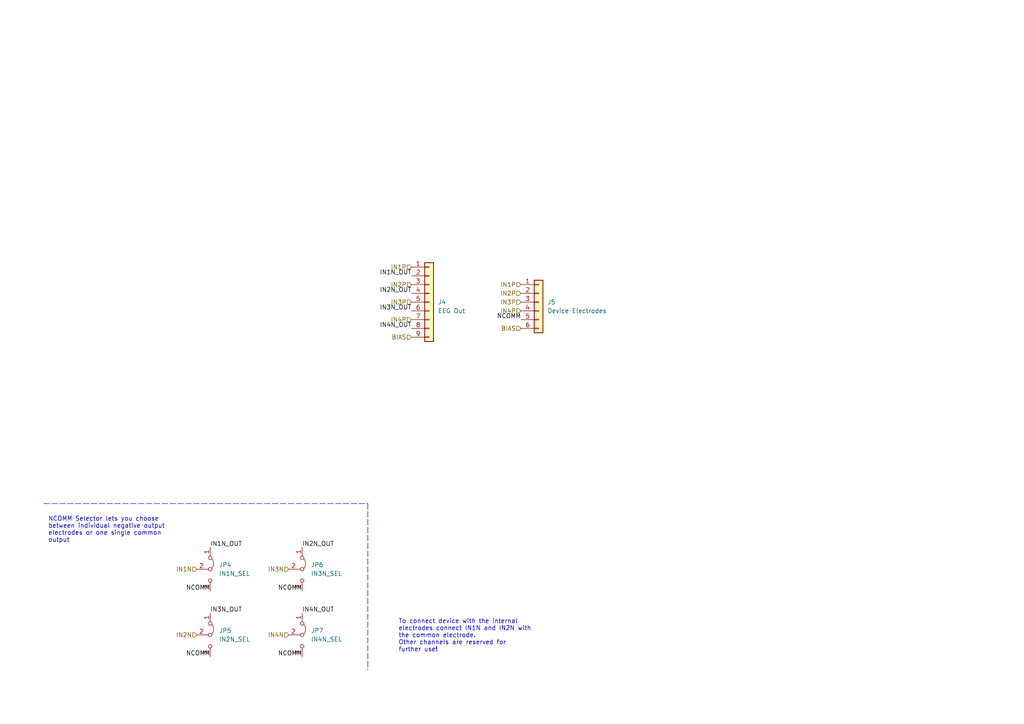
<source format=kicad_sch>
(kicad_sch (version 20211123) (generator eeschema)
  (paper "A4")
  (lib_symbols
    (symbol "Connector_Generic:Conn_01x06" (pin_names (offset 1.016) hide)
      (property "Reference" "J" (at 0 7.62 0))
      (property "Value" "Conn_01x06" (at 0 -10.16 0))
      (symbol "Conn_01x06_1_1"
        (rectangle (start -1.27 -7.493) (end 0 -7.747) (stroke (width 0.1524)))
        (rectangle (start -1.27 -4.953) (end 0 -5.207) (stroke (width 0.1524)))
        (rectangle (start -1.27 -2.413) (end 0 -2.667) (stroke (width 0.1524)))
        (rectangle (start -1.27 0.127) (end 0 -0.127) (stroke (width 0.1524)))
        (rectangle (start -1.27 2.667) (end 0 2.413) (stroke (width 0.1524)))
        (rectangle (start -1.27 5.207) (end 0 4.953) (stroke (width 0.1524)))
        (rectangle (start -1.27 6.35) (end 1.27 -8.89) (stroke (width 0.254)) (fill (type background)))
        (pin passive line (at -5.08 5.08 0) (length 3.81) (name "Pin_1") (number "1"))
        (pin passive line (at -5.08 2.54 0) (length 3.81) (name "Pin_2") (number "2"))
        (pin passive line (at -5.08 0 0) (length 3.81) (name "Pin_3") (number "3"))
        (pin passive line (at -5.08 -2.54 0) (length 3.81) (name "Pin_4") (number "4"))
        (pin passive line (at -5.08 -5.08 0) (length 3.81) (name "Pin_5") (number "5"))
        (pin passive line (at -5.08 -7.62 0) (length 3.81) (name "Pin_6") (number "6"))
      )
    )
    (symbol "Connector_Generic:Conn_01x09" (pin_names (offset 1.016) hide)
      (property "Reference" "J" (at 0 12.7 0))
      (property "Value" "Conn_01x09" (at 0 -12.7 0))
      (symbol "Conn_01x09_1_1"
        (rectangle (start -1.27 -10.033) (end 0 -10.287) (stroke (width 0.1524)))
        (rectangle (start -1.27 -7.493) (end 0 -7.747) (stroke (width 0.1524)))
        (rectangle (start -1.27 -4.953) (end 0 -5.207) (stroke (width 0.1524)))
        (rectangle (start -1.27 -2.413) (end 0 -2.667) (stroke (width 0.1524)))
        (rectangle (start -1.27 0.127) (end 0 -0.127) (stroke (width 0.1524)))
        (rectangle (start -1.27 2.667) (end 0 2.413) (stroke (width 0.1524)))
        (rectangle (start -1.27 5.207) (end 0 4.953) (stroke (width 0.1524)))
        (rectangle (start -1.27 7.747) (end 0 7.493) (stroke (width 0.1524)))
        (rectangle (start -1.27 10.287) (end 0 10.033) (stroke (width 0.1524)))
        (rectangle (start -1.27 11.43) (end 1.27 -11.43) (stroke (width 0.254)) (fill (type background)))
        (pin passive line (at -5.08 10.16 0) (length 3.81) (name "Pin_1") (number "1"))
        (pin passive line (at -5.08 7.62 0) (length 3.81) (name "Pin_2") (number "2"))
        (pin passive line (at -5.08 5.08 0) (length 3.81) (name "Pin_3") (number "3"))
        (pin passive line (at -5.08 2.54 0) (length 3.81) (name "Pin_4") (number "4"))
        (pin passive line (at -5.08 0 0) (length 3.81) (name "Pin_5") (number "5"))
        (pin passive line (at -5.08 -2.54 0) (length 3.81) (name "Pin_6") (number "6"))
        (pin passive line (at -5.08 -5.08 0) (length 3.81) (name "Pin_7") (number "7"))
        (pin passive line (at -5.08 -7.62 0) (length 3.81) (name "Pin_8") (number "8"))
        (pin passive line (at -5.08 -10.16 0) (length 3.81) (name "Pin_9") (number "9"))
      )
    )
    (symbol "Jumper:Jumper_3_Bridged12" (pin_names (offset 0) hide)
      (property "Reference" "JP" (at -2.54 -2.54 0))
      (property "Value" "Jumper_3_Bridged12" (at 0 2.794 0))
      (symbol "Jumper_3_Bridged12_0_0"
        (circle (center -3.302 0) (radius 0.508))
        (circle (center 0 0) (radius 0.508))
        (circle (center 3.302 0) (radius 0.508))
      )
      (symbol "Jumper_3_Bridged12_0_1"
        (arc (start -0.254 0.508) (mid -1.651 0.9912) (end -3.048 0.508))
        (polyline (pts (xy 0 -1.27) (xy 0 -0.508)))
      )
      (symbol "Jumper_3_Bridged12_1_1"
        (pin passive line (at -6.35 0 0) (length 2.54) (name "A") (number "1"))
        (pin passive line (at 0 -3.81 90) (length 2.54) (name "C") (number "2"))
        (pin passive line (at 6.35 0 180) (length 2.54) (name "B") (number "3"))
      )
    )
  )
  (polyline (pts (xy 12.7 146.05) (xy 106.68 146.05)))
  (polyline (pts (xy 106.68 146.05) (xy 106.68 194.31)))
  (text "NCOMM Selector lets you choose\nbetween individual negative output\nelectrodes or one single common\noutput" (at 13.97 157.48 0) (effects (font (size 1.27 1.27)) (justify left bottom)))
  (text "To connect device with the internal\nelectrodes connect IN1N and IN2N with\nthe common electrode.\nOther channels are reserved for\nfurther use!" (at 115.57 189.23 0) (effects (font (size 1.27 1.27)) (justify left bottom)))
  (label "IN1N_OUT" (at 119.38 80.01 180))
  (label "IN3N_OUT" (at 119.38 90.17 180))
  (label "IN2N_OUT" (at 87.63 158.75 0))
  (label "IN1N_OUT" (at 60.96 158.75 0))
  (label "IN3N_OUT" (at 60.96 177.8 0))
  (label "NCOMM" (at 60.96 190.5 180))
  (label "NCOMM" (at 60.96 171.45 180))
  (label "IN2N_OUT" (at 119.38 85.09 180))
  (label "NCOMM" (at 87.63 190.5 180))
  (label "NCOMM" (at 151.13 92.71 180))
  (label "IN4N_OUT" (at 87.63 177.8 0))
  (label "NCOMM" (at 87.63 171.45 180))
  (label "IN4N_OUT" (at 119.38 95.25 180))
  (hierarchical_label "IN3N" (shape input) (at 83.82 165.1 180))
  (hierarchical_label "IN4P" (shape input) (at 119.38 92.71 180))
  (hierarchical_label "IN4N" (shape input) (at 83.82 184.15 180))
  (hierarchical_label "IN1P" (shape input) (at 119.38 77.47 180))
  (hierarchical_label "IN3P" (shape input) (at 151.13 87.63 180))
  (hierarchical_label "IN1P" (shape input) (at 151.13 82.55 180))
  (hierarchical_label "IN3P" (shape input) (at 119.38 87.63 180))
  (hierarchical_label "IN2P" (shape input) (at 119.38 82.55 180))
  (hierarchical_label "IN4P" (shape input) (at 151.13 90.17 180))
  (hierarchical_label "IN1N" (shape input) (at 57.15 165.1 180))
  (hierarchical_label "BIAS" (shape input) (at 119.38 97.79 180))
  (hierarchical_label "BIAS" (shape input) (at 151.13 95.25 180))
  (hierarchical_label "IN2P" (shape input) (at 151.13 85.09 180))
  (hierarchical_label "IN2N" (shape input) (at 57.15 184.15 180))
  (symbol (lib_id "Connector_Generic:Conn_01x06") (at 156.21 87.63 0) (unit 1)
    (property "Reference" "J5" (at 158.75 87.6299 0) (effects (justify left)))
    (property "Value" "Device Electrodes" (at 158.75 90.1699 0) (effects (justify left)))
    (property "Footprint" "Connector_PinHeader_2.54mm:PinHeader_1x06_P2.54mm_Vertical" (effects hide))
  )
  (symbol (lib_id "Jumper:Jumper_3_Bridged12") (at 60.96 165.1 270) (unit 1)
    (property "Reference" "JP4" (at 63.5 163.8299 90) (effects (justify left)))
    (property "Value" "IN1N_SEL" (at 63.5 166.3699 90) (effects (justify left)))
    (property "Footprint" "Connector_PinHeader_2.54mm:PinHeader_1x03_P2.54mm_Vertical" (effects hide))
  )
  (symbol (lib_id "Jumper:Jumper_3_Bridged12") (at 87.63 184.15 270) (unit 1)
    (property "Reference" "JP7" (at 90.17 182.8799 90) (effects (justify left)))
    (property "Value" "IN4N_SEL" (at 90.17 185.4199 90) (effects (justify left)))
    (property "Footprint" "Connector_PinHeader_2.54mm:PinHeader_1x03_P2.54mm_Vertical" (effects hide))
  )
  (symbol (lib_id "Jumper:Jumper_3_Bridged12") (at 87.63 165.1 270) (unit 1)
    (property "Reference" "JP6" (at 90.17 163.8299 90) (effects (justify left)))
    (property "Value" "IN3N_SEL" (at 90.17 166.3699 90) (effects (justify left)))
    (property "Footprint" "Connector_PinHeader_2.54mm:PinHeader_1x03_P2.54mm_Vertical" (effects hide))
  )
  (symbol (lib_id "Connector_Generic:Conn_01x09") (at 124.46 87.63 0) (unit 1)
    (property "Reference" "J4" (at 127 87.6299 0) (effects (justify left)))
    (property "Value" "EEG Out" (at 127 90.1699 0) (effects (justify left)))
    (property "Footprint" "Connector_PinHeader_2.54mm:PinHeader_1x09_P2.54mm_Vertical" (effects hide))
  )
  (symbol (lib_id "Jumper:Jumper_3_Bridged12") (at 60.96 184.15 270) (unit 1)
    (property "Reference" "JP5" (at 63.5 182.8799 90) (effects (justify left)))
    (property "Value" "IN2N_SEL" (at 63.5 185.4199 90) (effects (justify left)))
    (property "Footprint" "Connector_PinHeader_2.54mm:PinHeader_1x03_P2.54mm_Vertical" (effects hide))
  )
)
</source>
